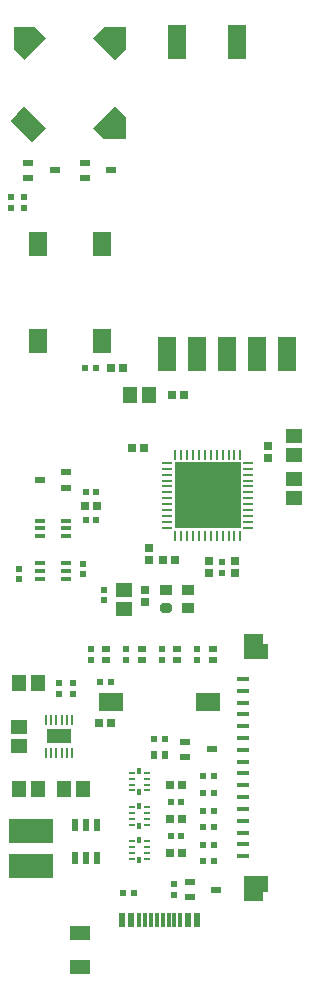
<source format=gbr>
%TF.GenerationSoftware,Altium Limited,Altium Designer,24.3.1 (35)*%
G04 Layer_Color=8421504*
%FSLAX45Y45*%
%MOMM*%
%TF.SameCoordinates,F890BB90-1D0F-4F84-9AE3-556F965AF49A*%
%TF.FilePolarity,Positive*%
%TF.FileFunction,Paste,Top*%
%TF.Part,Single*%
G01*
G75*
%TA.AperFunction,SMDPad,CuDef*%
%ADD10R,0.55000X0.55000*%
%ADD14R,0.25000X0.95000*%
%ADD15R,2.00000X1.19000*%
%ADD16R,0.85000X0.40000*%
%ADD17R,0.90000X0.50000*%
%ADD18R,1.30000X1.45000*%
%ADD19R,3.80000X2.03000*%
%ADD21R,0.60000X1.00000*%
%ADD22R,1.80000X1.30000*%
%ADD23R,1.45000X1.30000*%
%ADD24R,0.55000X0.55000*%
%ADD25R,0.50000X0.70000*%
%TA.AperFunction,ConnectorPad*%
%ADD26R,0.60000X1.15000*%
%ADD27R,0.30000X1.15000*%
%TA.AperFunction,SMDPad,CuDef*%
%ADD28R,2.00000X1.50000*%
%ADD29R,0.70000X0.50000*%
%ADD30R,0.72000X0.72000*%
%ADD34R,1.10000X0.30000*%
%ADD36R,1.50000X2.00000*%
G04:AMPARAMS|DCode=37|XSize=0.9mm|YSize=1mm|CornerRadius=0mm|HoleSize=0mm|Usage=FLASHONLY|Rotation=90.000|XOffset=0mm|YOffset=0mm|HoleType=Round|Shape=Octagon|*
%AMOCTAGOND37*
4,1,8,-0.50000,-0.22500,-0.50000,0.22500,-0.27500,0.45000,0.27500,0.45000,0.50000,0.22500,0.50000,-0.22500,0.27500,-0.45000,-0.27500,-0.45000,-0.50000,-0.22500,0.0*
%
%ADD37OCTAGOND37*%

%ADD38R,1.00000X0.90000*%
%ADD39O,0.25000X0.85000*%
%ADD40O,0.85000X0.25000*%
%ADD41R,5.60000X5.60000*%
%ADD42R,0.72000X0.72000*%
%ADD43R,1.60000X3.00000*%
%TA.AperFunction,NonConductor*%
%ADD92R,0.52500X0.25000*%
%ADD93R,0.52500X0.25000*%
%ADD94R,0.52500X0.25000*%
%ADD95R,0.52500X0.25000*%
%ADD96R,0.30000X0.58000*%
G36*
X6855000Y14031152D02*
X6764792Y13935944D01*
X6580944Y14119792D01*
X6671152Y14214999D01*
X6855000D01*
Y14031152D01*
D02*
G37*
G36*
X6179056Y14119792D02*
X5995208Y13935944D01*
X5905000Y14031152D01*
Y14214999D01*
X6088848D01*
X6179056Y14119792D01*
D02*
G37*
G36*
X6855000Y13448848D02*
Y13264999D01*
X6671152D01*
X6580944Y13360208D01*
X6764792Y13544057D01*
X6855000Y13448848D01*
D02*
G37*
G36*
X6179056Y13360208D02*
X6063848Y13235001D01*
X5880000Y13418848D01*
X5995208Y13544057D01*
X6179056Y13360208D01*
D02*
G37*
G36*
X8020000Y8995000D02*
X8055000D01*
Y8865000D01*
X7860000D01*
Y9075000D01*
X8020000D01*
Y8995000D01*
D02*
G37*
G36*
X8055000Y6895000D02*
X8020000D01*
Y6815000D01*
X7860000D01*
Y7025000D01*
X8055000D01*
Y6895000D01*
D02*
G37*
D10*
X7325000Y7655000D02*
D03*
X7235000D02*
D03*
X6605000Y10280000D02*
D03*
X6515000D02*
D03*
X6515000Y10040000D02*
D03*
X6605000D02*
D03*
X7095000Y8190000D02*
D03*
X7185000D02*
D03*
X6925000Y6880000D02*
D03*
X6835000D02*
D03*
X6640000Y8670000D02*
D03*
X6730000D02*
D03*
X6510000Y11330000D02*
D03*
X6600000D02*
D03*
X7325000Y7365000D02*
D03*
X7235000D02*
D03*
X7510000Y7870000D02*
D03*
X7600000D02*
D03*
X7510000Y7730000D02*
D03*
X7600000D02*
D03*
X7510000Y7580000D02*
D03*
X7600000D02*
D03*
X7510000Y7440000D02*
D03*
X7600000D02*
D03*
X7510000Y7290000D02*
D03*
X7600000D02*
D03*
X7510000Y7150000D02*
D03*
X7600000D02*
D03*
D14*
X6177500Y8070500D02*
D03*
X6222500D02*
D03*
X6267500D02*
D03*
X6312500D02*
D03*
X6357500D02*
D03*
X6402500D02*
D03*
X6177500Y8349500D02*
D03*
X6222500D02*
D03*
X6267500D02*
D03*
X6312500D02*
D03*
X6357500D02*
D03*
X6402500D02*
D03*
D15*
X6290000Y8210000D02*
D03*
D16*
X6127500Y9545000D02*
D03*
Y9610000D02*
D03*
Y9675000D02*
D03*
X6352500D02*
D03*
Y9610000D02*
D03*
Y9545000D02*
D03*
X6352500Y10035000D02*
D03*
Y9970000D02*
D03*
Y9905000D02*
D03*
X6127500D02*
D03*
Y9970000D02*
D03*
Y10035000D02*
D03*
D17*
X7397500Y6975000D02*
D03*
Y6845000D02*
D03*
X7622500Y6910000D02*
D03*
X6352500Y10315000D02*
D03*
Y10445000D02*
D03*
X6127500Y10380000D02*
D03*
X7357500Y8165000D02*
D03*
Y8035000D02*
D03*
X7582500Y8100000D02*
D03*
X6507500Y13064999D02*
D03*
Y12935001D02*
D03*
X6732500Y13000000D02*
D03*
X6027500Y13064999D02*
D03*
Y12935001D02*
D03*
X6252500Y13000000D02*
D03*
D18*
X6330000Y7760000D02*
D03*
X6490000D02*
D03*
X5950000Y8660000D02*
D03*
X6110000D02*
D03*
X5950000Y7760000D02*
D03*
X6110000D02*
D03*
X6890000Y11100000D02*
D03*
X7050000D02*
D03*
D19*
X6050000Y7410000D02*
D03*
Y7110000D02*
D03*
D21*
X6615000Y7457500D02*
D03*
X6520000D02*
D03*
X6425000D02*
D03*
Y7182500D02*
D03*
X6520000D02*
D03*
X6615000D02*
D03*
D22*
X6470000Y6540000D02*
D03*
Y6260000D02*
D03*
D23*
X5950000Y8290000D02*
D03*
Y8130000D02*
D03*
X6840000Y9290000D02*
D03*
Y9450000D02*
D03*
X8280000Y10230000D02*
D03*
Y10390000D02*
D03*
Y10750000D02*
D03*
Y10590000D02*
D03*
D24*
X6290000Y8660000D02*
D03*
Y8570000D02*
D03*
X6410000Y8660000D02*
D03*
Y8570000D02*
D03*
X6490000Y9670000D02*
D03*
Y9580000D02*
D03*
X5950000Y9540000D02*
D03*
Y9630000D02*
D03*
X7260000Y6865000D02*
D03*
Y6955000D02*
D03*
X6560000Y8945000D02*
D03*
Y8855000D02*
D03*
X7160000Y8945000D02*
D03*
Y8855000D02*
D03*
X6860000Y8945000D02*
D03*
Y8855000D02*
D03*
X7460000Y8945000D02*
D03*
Y8855000D02*
D03*
X5880000Y12775000D02*
D03*
Y12685000D02*
D03*
X5990000Y12775000D02*
D03*
Y12685000D02*
D03*
X7670000Y9685000D02*
D03*
Y9595000D02*
D03*
X6670000Y9450000D02*
D03*
Y9360000D02*
D03*
D25*
X7185000Y8050000D02*
D03*
X7095000D02*
D03*
D26*
X7462000Y6657500D02*
D03*
X6822000D02*
D03*
X7382000D02*
D03*
X6902000D02*
D03*
D27*
X7317000D02*
D03*
X7267000D02*
D03*
X7217000D02*
D03*
X7167000D02*
D03*
X7117000D02*
D03*
X7067000D02*
D03*
X7017000D02*
D03*
X6967000D02*
D03*
D28*
X6730000Y8500000D02*
D03*
X7550000D02*
D03*
D29*
X6690000Y8855000D02*
D03*
Y8945000D02*
D03*
X7590000Y8855000D02*
D03*
Y8945000D02*
D03*
X6990000Y8855000D02*
D03*
Y8945000D02*
D03*
X7290000Y8855000D02*
D03*
Y8945000D02*
D03*
D30*
X6730000Y8320000D02*
D03*
X6630000D02*
D03*
X7250000Y11100000D02*
D03*
X7350000D02*
D03*
X6510000Y10160000D02*
D03*
X6610000D02*
D03*
X7270000Y9700000D02*
D03*
X7170000D02*
D03*
X7230000Y7510000D02*
D03*
X7330000D02*
D03*
X7230000Y7220000D02*
D03*
X7330000D02*
D03*
X6830000Y11330000D02*
D03*
X6730000D02*
D03*
X7010000Y10650000D02*
D03*
X6910000D02*
D03*
X7230000Y7800000D02*
D03*
X7330000D02*
D03*
D34*
X7845000Y8695000D02*
D03*
Y8595000D02*
D03*
Y8495000D02*
D03*
Y8395000D02*
D03*
Y8295000D02*
D03*
Y8195000D02*
D03*
Y8095000D02*
D03*
Y7995000D02*
D03*
Y7895000D02*
D03*
Y7795000D02*
D03*
Y7695000D02*
D03*
Y7595000D02*
D03*
Y7495000D02*
D03*
Y7395000D02*
D03*
Y7295000D02*
D03*
Y7195000D02*
D03*
D36*
X6650000Y12380000D02*
D03*
Y11560000D02*
D03*
X6110000D02*
D03*
Y12380000D02*
D03*
D37*
X7197492Y9292493D02*
D03*
D38*
X7382492D02*
D03*
X7197492Y9447493D02*
D03*
X7382492D02*
D03*
D39*
X7275000Y9907500D02*
D03*
X7325000D02*
D03*
X7375000D02*
D03*
X7425000D02*
D03*
X7475000D02*
D03*
X7525000D02*
D03*
X7575000D02*
D03*
X7625000D02*
D03*
X7675000D02*
D03*
X7725000D02*
D03*
X7775000D02*
D03*
X7825000D02*
D03*
Y10592500D02*
D03*
X7775000D02*
D03*
X7725000D02*
D03*
X7675000D02*
D03*
X7625000D02*
D03*
X7575000D02*
D03*
X7525000D02*
D03*
X7475000D02*
D03*
X7425000D02*
D03*
X7375000D02*
D03*
X7325000D02*
D03*
X7275000D02*
D03*
D40*
X7892500Y9975000D02*
D03*
Y10025000D02*
D03*
Y10075000D02*
D03*
Y10125000D02*
D03*
Y10175000D02*
D03*
Y10225000D02*
D03*
Y10275000D02*
D03*
Y10325000D02*
D03*
Y10375000D02*
D03*
Y10425000D02*
D03*
Y10475000D02*
D03*
Y10525000D02*
D03*
X7207500D02*
D03*
Y10475000D02*
D03*
Y10425000D02*
D03*
Y10375000D02*
D03*
Y10325000D02*
D03*
Y10275000D02*
D03*
Y10225000D02*
D03*
Y10175000D02*
D03*
Y10125000D02*
D03*
Y10075000D02*
D03*
Y10025000D02*
D03*
Y9975000D02*
D03*
D41*
X7550000Y10250000D02*
D03*
D42*
X7780000Y9690000D02*
D03*
Y9590000D02*
D03*
X7020000Y9450000D02*
D03*
Y9350000D02*
D03*
X8060000Y10570000D02*
D03*
Y10670000D02*
D03*
X7050000Y9800000D02*
D03*
Y9700000D02*
D03*
X7560000Y9690000D02*
D03*
Y9590000D02*
D03*
D43*
X8222000Y11450000D02*
D03*
X7968000D02*
D03*
X7714000D02*
D03*
X7460000D02*
D03*
X7206000D02*
D03*
X7800000Y14089999D02*
D03*
X7292000D02*
D03*
D92*
X7033750Y7461000D02*
D03*
Y7511000D02*
D03*
Y7751000D02*
D03*
Y7801000D02*
D03*
Y7271000D02*
D03*
Y7321000D02*
D03*
D93*
Y7561000D02*
D03*
Y7611000D02*
D03*
Y7851000D02*
D03*
Y7901000D02*
D03*
Y7171000D02*
D03*
Y7221000D02*
D03*
D94*
X6906250Y7461000D02*
D03*
Y7511000D02*
D03*
Y7751000D02*
D03*
Y7801000D02*
D03*
Y7271000D02*
D03*
Y7321000D02*
D03*
D95*
Y7561000D02*
D03*
Y7611000D02*
D03*
Y7851000D02*
D03*
Y7901000D02*
D03*
Y7171000D02*
D03*
Y7221000D02*
D03*
D96*
X6970001Y7450000D02*
D03*
X6969999Y7622000D02*
D03*
X6970001Y7740000D02*
D03*
X6969998Y7912000D02*
D03*
X6970002Y7159999D02*
D03*
X6969998Y7332002D02*
D03*
%TF.MD5,5efc48cc466d7507d1e2065b716f9d99*%
M02*

</source>
